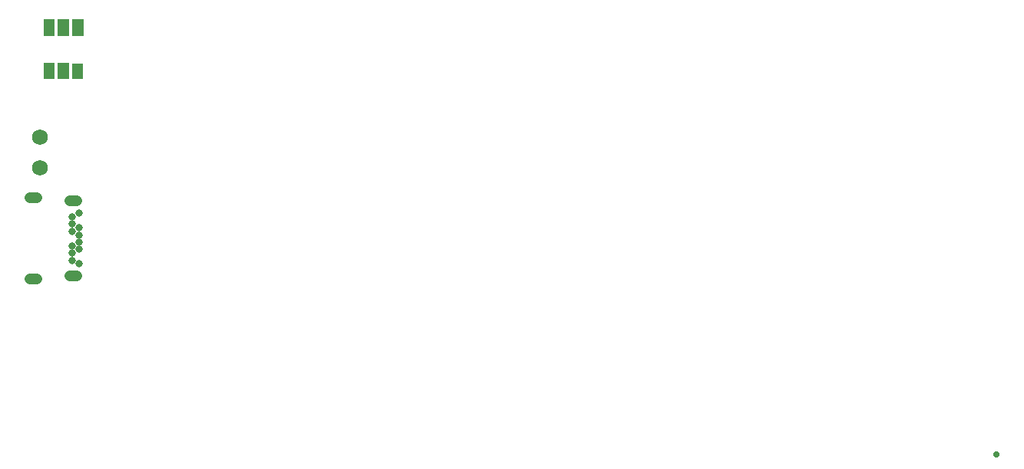
<source format=gbs>
G04 Layer: BottomSolderMaskLayer*
G04 EasyEDA v6.4.0, 2020-07-10T23:23:17+08:00*
G04 5139bd2fb7c3424f93626a165fee3374,4edbaba1ca844db583ca7d2d7efc84e2,10*
G04 Gerber Generator version 0.2*
G04 Scale: 100 percent, Rotated: No, Reflected: No *
G04 Dimensions in inches *
G04 leading zeros omitted , absolute positions ,2 integer and 4 decimal *
%FSLAX24Y24*%
%MOIN*%
G90*
G70D02*

%ADD89C,0.047370*%
%ADD96C,0.068000*%
%ADD103C,0.027685*%
%ADD127C,0.031622*%
%ADD135R,0.047370X0.070992*%

%LPD*%
G54D89*
G01X2462Y10084D02*
G01X2738Y10084D01*
G01X714Y9942D02*
G01X1029Y9942D01*
G01X714Y13477D02*
G01X1029Y13477D01*
G01X2462Y13336D02*
G01X2738Y13336D01*
G54D96*
G01X1151Y16128D03*
G01X1151Y14790D03*
G54D103*
G01X42685Y2310D03*
G54D127*
G01X2836Y12812D03*
G01X2560Y12654D03*
G01X2560Y12339D03*
G01X2836Y12182D03*
G01X2560Y12025D03*
G01X2836Y11867D03*
G01X2836Y11552D03*
G01X2560Y11395D03*
G01X2836Y11237D03*
G01X2560Y11080D03*
G01X2560Y10765D03*
G01X2836Y10607D03*
G36*
G01X1304Y18639D02*
G01X1304Y19349D01*
G01X1778Y19349D01*
G01X1778Y18639D01*
G01X1304Y18639D01*
G37*
G36*
G01X1304Y20529D02*
G01X1304Y21239D01*
G01X1778Y21239D01*
G01X1778Y20529D01*
G01X1304Y20529D01*
G37*
G36*
G01X1934Y18639D02*
G01X1934Y19349D01*
G01X2408Y19349D01*
G01X2408Y18639D01*
G01X1934Y18639D01*
G37*
G36*
G01X1934Y20529D02*
G01X1934Y21239D01*
G01X2408Y21239D01*
G01X2408Y20529D01*
G01X1934Y20529D01*
G37*
G54D135*
G01X2801Y18995D03*
G36*
G01X2564Y20529D02*
G01X2564Y21239D01*
G01X3038Y21239D01*
G01X3038Y20529D01*
G01X2564Y20529D01*
G37*
M00*
M02*

</source>
